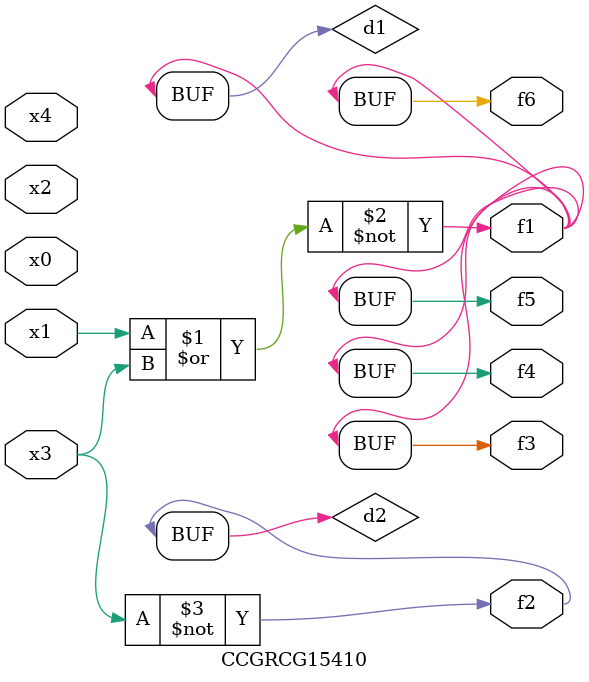
<source format=v>
module CCGRCG15410(
	input x0, x1, x2, x3, x4,
	output f1, f2, f3, f4, f5, f6
);

	wire d1, d2;

	nor (d1, x1, x3);
	not (d2, x3);
	assign f1 = d1;
	assign f2 = d2;
	assign f3 = d1;
	assign f4 = d1;
	assign f5 = d1;
	assign f6 = d1;
endmodule

</source>
